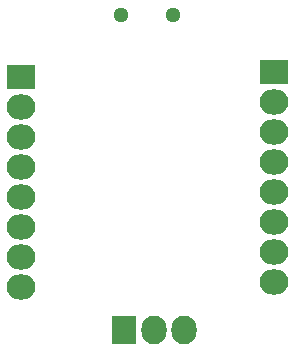
<source format=gbs>
G04 #@! TF.FileFunction,Soldermask,Bot*
%FSLAX46Y46*%
G04 Gerber Fmt 4.6, Leading zero omitted, Abs format (unit mm)*
G04 Created by KiCad (PCBNEW 4.0.2+dfsg1-stable) date Mon 21 Aug 2017 12:22:30 PM CEST*
%MOMM*%
G01*
G04 APERTURE LIST*
%ADD10C,0.100000*%
%ADD11C,1.299160*%
%ADD12R,2.127200X2.432000*%
%ADD13O,2.127200X2.432000*%
%ADD14R,2.432000X2.127200*%
%ADD15O,2.432000X2.127200*%
G04 APERTURE END LIST*
D10*
D11*
X137899640Y-90200900D03*
X133500360Y-90200900D03*
D12*
X133750000Y-116850000D03*
D13*
X136290000Y-116850000D03*
X138830000Y-116850000D03*
D14*
X125050000Y-95400000D03*
D15*
X125050000Y-97940000D03*
X125050000Y-100480000D03*
X125050000Y-103020000D03*
X125050000Y-105560000D03*
X125050000Y-108100000D03*
X125050000Y-110640000D03*
X125050000Y-113180000D03*
D14*
X146450000Y-95000000D03*
D15*
X146450000Y-97540000D03*
X146450000Y-100080000D03*
X146450000Y-102620000D03*
X146450000Y-105160000D03*
X146450000Y-107700000D03*
X146450000Y-110240000D03*
X146450000Y-112780000D03*
M02*

</source>
